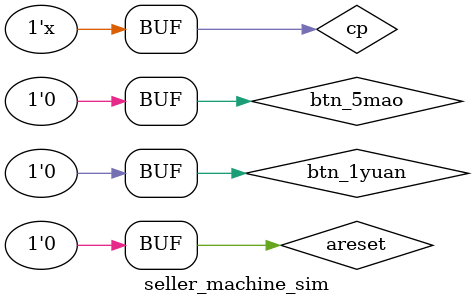
<source format=v>
`timescale 1ns / 1ps


module seller_machine_sim();
    
    reg cp;
    reg btn_1yuan, btn_5mao, areset;
//    wire [7:0] seg8;
//    wire [3:0] sel4;
    wire sell, refund;
    
    initial begin
        btn_1yuan = 1'b0;
        btn_5mao  = 1'b0;
        cp        = 1'b0;
        areset    = 1'b1;
        
    #10 areset    = 1'b0;
    
    #10 btn_5mao  = 1'b1;
    #25 btn_5mao  = 1'b0;
    #10 btn_5mao  = 1'b1;
    #25 btn_5mao  = 1'b0;
    #10 btn_5mao  = 1'b1;
    #25 btn_5mao  = 1'b0;
    
    #200 btn_1yuan = 1'b1;
    #25 btn_1yuan = 1'b0;
    #10 btn_1yuan = 1'b1;
    #25 btn_1yuan = 1'b0;
    
    #200 btn_5mao  = 1'b1;
    #25 btn_5mao  = 1'b0;
    #10 btn_1yuan = 1'b1;
    #25 btn_1yuan = 1'b0;
    
    #200 btn_1yuan = 1'b1;
    #25 btn_1yuan = 1'b0;
    #10 btn_5mao  = 1'b1;
    #25 btn_5mao  = 1'b0;
    
    #200 btn_1yuan = 1'b1;
    #10 btn_5mao  = 1'b1;
    #10 btn_5mao  = 1'b0;
    #10 btn_5mao  = 1'b1;
    #10 btn_5mao  = 1'b0;
    #10 btn_5mao  = 1'b1;
    #10 btn_5mao  = 1'b0;
    #10 btn_5mao  = 1'b1;
    #10 btn_5mao  = 1'b0;
    #15 btn_1yuan = 1'b0;
    
    #200 btn_5mao  = 1'b1;
    #10 btn_1yuan = 1'b1;
    #10 btn_1yuan = 1'b0;
    #10 btn_1yuan = 1'b1;
    #10 btn_1yuan = 1'b0;
    #10 btn_1yuan = 1'b1;
    #10 btn_1yuan = 1'b0;
    #15 btn_5mao  = 1'b0;
    
    #200 btn_5mao  = 1'b1;
    #10 btn_1yuan = 1'b1;
    #10 btn_5mao  = 1'b0;
    #10 btn_1yuan = 1'b0;
    #10 btn_1yuan = 1'b1;
    #10 btn_5mao  = 1'b1;
    #10 btn_1yuan = 1'b0;
    #10 btn_5mao  = 1'b0;
    end
    
    always @(cp) cp <= # 25 ~cp;
    
    seller_machine_core core (.cp             (cp       ),
                              .areset         (areset   ),
                              .i_1yuan        (btn_1yuan),
                              .i_5mao         (btn_5mao ),
                              .o_sell         (sell     ),
                              .o_refund       (refund   ));
    
endmodule

</source>
